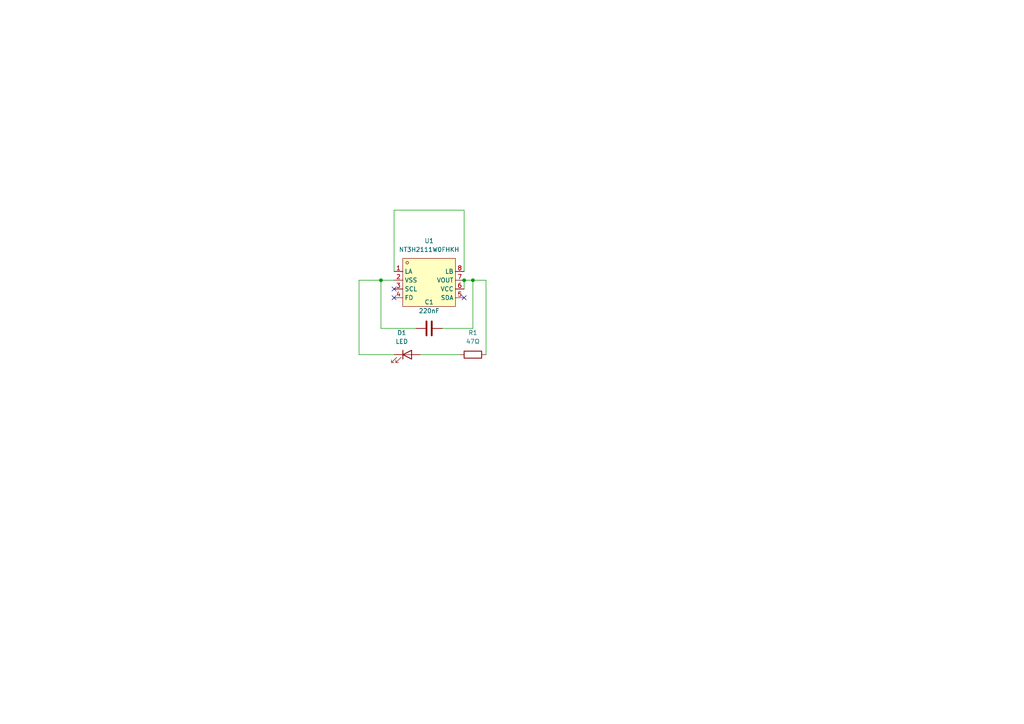
<source format=kicad_sch>
(kicad_sch (version 20250114) (generator "eeschema") (generator_version "9.0")
  (paper "A4")
  (lib_symbols
    (symbol "Device:C" (pin_numbers (hide yes)) (pin_names (offset 0.254))
      (property "Reference" "C" (at 0.635 2.54 0))
      (property "Value" "C" (at 0.635 -2.54 0))
      (symbol "C_0_1"
        (polyline (pts (xy -2.032 0.762) (xy 2.032 0.762)) (stroke (width 0.508)))
        (polyline (pts (xy -2.032 -0.762) (xy 2.032 -0.762)) (stroke (width 0.508)))
      )
      (symbol "C_1_1"
        (pin passive line (at 0 3.81 270) (length 2.794) (name "~") (number "1"))
        (pin passive line (at 0 -3.81 90) (length 2.794) (name "~") (number "2"))
      )
    )
    (symbol "Device:LED" (pin_numbers (hide yes)) (pin_names (offset 1.016) (hide yes))
      (property "Reference" "D" (at 0 2.54 0))
      (property "Value" "LED" (at 0 -2.54 0))
      (symbol "LED_0_1"
        (polyline (pts (xy -3.048 -0.762) (xy -4.572 -2.286) (xy -3.81 -2.286) (xy -4.572 -2.286) (xy -4.572 -1.524)))
        (polyline (pts (xy -1.778 -0.762) (xy -3.302 -2.286) (xy -2.54 -2.286) (xy -3.302 -2.286) (xy -3.302 -1.524)))
        (polyline (pts (xy -1.27 0) (xy 1.27 0)))
        (polyline (pts (xy -1.27 -1.27) (xy -1.27 1.27)) (stroke (width 0.254)))
        (polyline (pts (xy 1.27 -1.27) (xy 1.27 1.27) (xy -1.27 0) (xy 1.27 -1.27)) (stroke (width 0.254)))
      )
      (symbol "LED_1_1"
        (pin passive line (at -3.81 0 0) (length 2.54) (name "K") (number "1"))
        (pin passive line (at 3.81 0 180) (length 2.54) (name "A") (number "2"))
      )
    )
    (symbol "Device:R" (pin_numbers (hide yes)) (pin_names (offset 0))
      (property "Reference" "R" (at 2.032 0 90))
      (property "Value" "R" (at 0 0 90))
      (symbol "R_0_1"
        (rectangle (start -1.016 -2.54) (end 1.016 2.54) (stroke (width 0.254)))
      )
      (symbol "R_1_1"
        (pin passive line (at 0 3.81 270) (length 1.27) (name "~") (number "1"))
        (pin passive line (at 0 -3.81 90) (length 1.27) (name "~") (number "2"))
      )
    )
    (symbol "easyeda2kicad:NT3H2111W0FHKH"
      (property "Reference" "U" (at 0 8.89 0))
      (property "Value" "NT3H2111W0FHKH" (at 0 -8.89 0))
      (symbol "NT3H2111W0FHKH_0_1"
        (rectangle (start -7.62 7.62) (end 7.62 -6.35) (fill (type background)))
        (circle (center -6.35 6.35) (radius 0.38))
        (pin unspecified line (at -10.16 3.81 0) (length 2.54) (name "LA") (number "1"))
        (pin unspecified line (at -10.16 1.27 0) (length 2.54) (name "VSS") (number "2"))
        (pin unspecified line (at -10.16 -1.27 0) (length 2.54) (name "SCL") (number "3"))
        (pin unspecified line (at -10.16 -3.81 0) (length 2.54) (name "FD") (number "4"))
        (pin unspecified line (at 10.16 3.81 180) (length 2.54) (name "LB") (number "8"))
        (pin unspecified line (at 10.16 1.27 180) (length 2.54) (name "VOUT") (number "7"))
        (pin unspecified line (at 10.16 -1.27 180) (length 2.54) (name "VCC") (number "6"))
        (pin unspecified line (at 10.16 -3.81 180) (length 2.54) (name "SDA") (number "5"))
      )
    )
  )
  (junction (at 110.49 81.28))
  (junction (at 137.16 81.28))
  (junction (at 134.62 81.28))
  (no_connect (at 134.62 86.36))
  (no_connect (at 114.3 86.36))
  (no_connect (at 114.3 83.82))
  (wire (pts (xy 110.49 81.28) (xy 114.3 81.28)))
  (wire (pts (xy 140.97 102.87) (xy 140.97 81.28)))
  (wire (pts (xy 134.62 81.28) (xy 134.62 83.82)))
  (wire (pts (xy 114.3 60.96) (xy 134.62 60.96)))
  (wire (pts (xy 134.62 78.74) (xy 134.62 60.96)))
  (wire (pts (xy 140.97 81.28) (xy 137.16 81.28)))
  (wire (pts (xy 137.16 81.28) (xy 134.62 81.28)))
  (wire (pts (xy 104.14 81.28) (xy 110.49 81.28)))
  (wire (pts (xy 110.49 95.25) (xy 110.49 81.28)))
  (wire (pts (xy 137.16 95.25) (xy 137.16 81.28)))
  (wire (pts (xy 121.92 102.87) (xy 133.35 102.87)))
  (wire (pts (xy 128.27 95.25) (xy 137.16 95.25)))
  (wire (pts (xy 114.3 102.87) (xy 104.14 102.87)))
  (wire (pts (xy 104.14 102.87) (xy 104.14 81.28)))
  (wire (pts (xy 120.65 95.25) (xy 110.49 95.25)))
  (wire (pts (xy 114.3 78.74) (xy 114.3 60.96)))
  (symbol (lib_id "Device:C") (at 124.46 95.25 90) (unit 1)
    (property "Reference" "C1" (at 124.46 87.63 90))
    (property "Value" "220nF" (at 124.46 90.17 90))
    (property "Footprint" "Capacitor_SMD:C_0402_1005Metric_Pad0.74x0.62mm_HandSolder" (effects (hide yes)))
    (property "Description" "Unpolarized capacitor" (effects (hide yes)))
  )
  (symbol (lib_id "Device:LED") (at 118.11 102.87 0) (unit 1)
    (property "Reference" "D1" (at 116.5225 96.52 0))
    (property "Value" "LED" (at 116.5225 99.06 0))
    (property "Footprint" "LED_SMD:LED_0805_2012Metric_Pad1.15x1.40mm_HandSolder" (effects (hide yes)))
    (property "Description" "Light emitting diode" (effects (hide yes)))
    (property "Sim.Pins" "1=K 2=A" (effects (hide yes)))
  )
  (symbol (lib_id "easyeda2kicad:NT3H2111W0FHKH") (at 124.46 82.55 0) (unit 1)
    (property "Reference" "U1" (at 124.46 69.85 0))
    (property "Value" "NT3H2111W0FHKH" (at 124.46 72.39 0))
    (property "Footprint" "easyeda2kicad:TSSOP-8_L3.0-W3.0-P0.65-LS4.9-BL" (effects (hide yes)))
    (property "LCSC Part" "C710403" (effects (hide yes)))
  )
  (symbol (lib_id "Device:R") (at 137.16 102.87 90) (unit 1)
    (property "Reference" "R1" (at 137.16 96.52 90))
    (property "Value" "47Ω" (at 137.16 99.06 90))
    (property "Footprint" "Resistor_SMD:R_0402_1005Metric_Pad0.72x0.64mm_HandSolder" (effects (hide yes)))
    (property "Description" "Resistor" (effects (hide yes)))
  )
)
</source>
